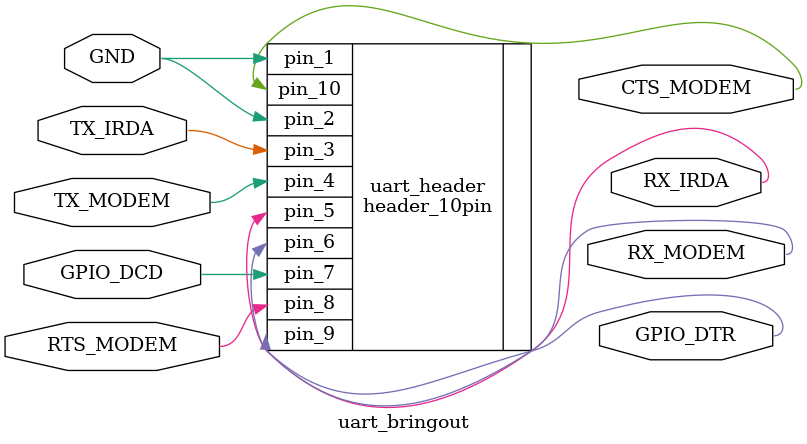
<source format=v>
/*
 * This Verilog module encapsulates the header connector on which
 * the two Calypso UARTs will be brought out.
 */

module uart_bringout (GND, TX_MODEM, RX_MODEM, RTS_MODEM, CTS_MODEM,
		      GPIO_DCD, GPIO_DTR, TX_IRDA, RX_IRDA);

input GND;

input TX_MODEM, RTS_MODEM, TX_IRDA, GPIO_DCD;
output RX_MODEM, CTS_MODEM, RX_IRDA, GPIO_DTR;

header_10pin uart_header (.pin_1(GND),
			  .pin_2(GND),
			  .pin_3(TX_IRDA),
			  .pin_4(TX_MODEM),
			  .pin_5(RX_IRDA),
			  .pin_6(RX_MODEM),
			  .pin_7(GPIO_DCD),
			  .pin_8(RTS_MODEM),
			  .pin_9(GPIO_DTR),
			  .pin_10(CTS_MODEM)
	);

endmodule

</source>
